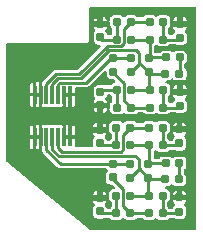
<source format=gbr>
%TF.GenerationSoftware,KiCad,Pcbnew,(7.0.0)*%
%TF.CreationDate,2023-05-27T11:23:17+01:00*%
%TF.ProjectId,FF_Filter_PCB,46465f46-696c-4746-9572-5f5043422e6b,rev?*%
%TF.SameCoordinates,Original*%
%TF.FileFunction,Copper,L4,Bot*%
%TF.FilePolarity,Positive*%
%FSLAX46Y46*%
G04 Gerber Fmt 4.6, Leading zero omitted, Abs format (unit mm)*
G04 Created by KiCad (PCBNEW (7.0.0)) date 2023-05-27 11:23:17*
%MOMM*%
%LPD*%
G01*
G04 APERTURE LIST*
G04 Aperture macros list*
%AMRoundRect*
0 Rectangle with rounded corners*
0 $1 Rounding radius*
0 $2 $3 $4 $5 $6 $7 $8 $9 X,Y pos of 4 corners*
0 Add a 4 corners polygon primitive as box body*
4,1,4,$2,$3,$4,$5,$6,$7,$8,$9,$2,$3,0*
0 Add four circle primitives for the rounded corners*
1,1,$1+$1,$2,$3*
1,1,$1+$1,$4,$5*
1,1,$1+$1,$6,$7*
1,1,$1+$1,$8,$9*
0 Add four rect primitives between the rounded corners*
20,1,$1+$1,$2,$3,$4,$5,0*
20,1,$1+$1,$4,$5,$6,$7,0*
20,1,$1+$1,$6,$7,$8,$9,0*
20,1,$1+$1,$8,$9,$2,$3,0*%
G04 Aperture macros list end*
%TA.AperFunction,SMDPad,CuDef*%
%ADD10RoundRect,0.160000X-0.197500X-0.160000X0.197500X-0.160000X0.197500X0.160000X-0.197500X0.160000X0*%
%TD*%
%TA.AperFunction,SMDPad,CuDef*%
%ADD11RoundRect,0.155000X0.212500X0.155000X-0.212500X0.155000X-0.212500X-0.155000X0.212500X-0.155000X0*%
%TD*%
%TA.AperFunction,SMDPad,CuDef*%
%ADD12RoundRect,0.155000X0.155000X-0.212500X0.155000X0.212500X-0.155000X0.212500X-0.155000X-0.212500X0*%
%TD*%
%TA.AperFunction,SMDPad,CuDef*%
%ADD13RoundRect,0.160000X0.160000X-0.197500X0.160000X0.197500X-0.160000X0.197500X-0.160000X-0.197500X0*%
%TD*%
%TA.AperFunction,SMDPad,CuDef*%
%ADD14RoundRect,0.155000X-0.212500X-0.155000X0.212500X-0.155000X0.212500X0.155000X-0.212500X0.155000X0*%
%TD*%
%TA.AperFunction,SMDPad,CuDef*%
%ADD15RoundRect,0.160000X0.197500X0.160000X-0.197500X0.160000X-0.197500X-0.160000X0.197500X-0.160000X0*%
%TD*%
%TA.AperFunction,SMDPad,CuDef*%
%ADD16RoundRect,0.160000X-0.160000X0.197500X-0.160000X-0.197500X0.160000X-0.197500X0.160000X0.197500X0*%
%TD*%
%TA.AperFunction,SMDPad,CuDef*%
%ADD17RoundRect,0.155000X-0.155000X0.212500X-0.155000X-0.212500X0.155000X-0.212500X0.155000X0.212500X0*%
%TD*%
%TA.AperFunction,SMDPad,CuDef*%
%ADD18R,0.300000X1.600000*%
%TD*%
%TA.AperFunction,Conductor*%
%ADD19C,0.250000*%
%TD*%
G04 APERTURE END LIST*
D10*
%TO.P,R18,1*%
%TO.N,Net-(C14-Pad1)*%
X78558500Y-54201000D03*
%TO.P,R18,2*%
%TO.N,Net-(C15-Pad2)*%
X79753500Y-54201000D03*
%TD*%
D11*
%TO.P,C3,1*%
%TO.N,Net-(C1-Pad2)*%
X82427500Y-57385000D03*
%TO.P,C3,2*%
%TO.N,Net-(C3-Pad2)*%
X81292500Y-57385000D03*
%TD*%
D12*
%TO.P,C6,1*%
%TO.N,Net-(C6-Pad1)*%
X77110000Y-62970000D03*
%TO.P,C6,2*%
%TO.N,GNDA*%
X77110000Y-61835000D03*
%TD*%
D13*
%TO.P,R4,1*%
%TO.N,/filter_R/IOP1*%
X81210000Y-60130000D03*
%TO.P,R4,2*%
%TO.N,Net-(C3-Pad2)*%
X81210000Y-58935000D03*
%TD*%
D14*
%TO.P,C12,1*%
%TO.N,Net-(C11-Pad2)*%
X82748500Y-49948500D03*
%TO.P,C12,2*%
%TO.N,Net-(C12-Pad2)*%
X83883500Y-49948500D03*
%TD*%
%TO.P,C1,1*%
%TO.N,/filter_R/QMIC*%
X81292500Y-55885000D03*
%TO.P,C1,2*%
%TO.N,Net-(C1-Pad2)*%
X82427500Y-55885000D03*
%TD*%
D15*
%TO.P,R5,1*%
%TO.N,Net-(C4-Pad2)*%
X83807500Y-60282500D03*
%TO.P,R5,2*%
%TO.N,/filter_R/IOP1*%
X82612500Y-60282500D03*
%TD*%
D11*
%TO.P,C7,1*%
%TO.N,Net-(C5-Pad2)*%
X82427500Y-63152500D03*
%TO.P,C7,2*%
%TO.N,Net-(C7-Pad2)*%
X81292500Y-63152500D03*
%TD*%
D15*
%TO.P,R14,1*%
%TO.N,Net-(C12-Pad2)*%
X83853500Y-51331000D03*
%TO.P,R14,2*%
%TO.N,/filter_L/IOP1*%
X82658500Y-51331000D03*
%TD*%
D12*
%TO.P,C16,1*%
%TO.N,Net-(C15-Pad2)*%
X78256000Y-51151000D03*
%TO.P,C16,2*%
%TO.N,/filter_L/QOP1*%
X78256000Y-50016000D03*
%TD*%
D16*
%TO.P,R16,1*%
%TO.N,/filter_L/QOP1*%
X79756000Y-49986000D03*
%TO.P,R16,2*%
%TO.N,/filter_L/IOP1*%
X79756000Y-51181000D03*
%TD*%
D10*
%TO.P,R9,1*%
%TO.N,Net-(C6-Pad1)*%
X78512500Y-63152500D03*
%TO.P,R9,2*%
%TO.N,Net-(C7-Pad2)*%
X79707500Y-63152500D03*
%TD*%
D12*
%TO.P,C10,1*%
%TO.N,Net-(C10-Pad1)*%
X77156000Y-48251000D03*
%TO.P,C10,2*%
%TO.N,GNDA*%
X77156000Y-47116000D03*
%TD*%
D15*
%TO.P,R1,1*%
%TO.N,/filter_R/QMIC*%
X79707500Y-55885000D03*
%TO.P,R1,2*%
%TO.N,Net-(C2-Pad1)*%
X78512500Y-55885000D03*
%TD*%
D11*
%TO.P,C11,1*%
%TO.N,Net-(C11-Pad1)*%
X82473500Y-48433500D03*
%TO.P,C11,2*%
%TO.N,Net-(C11-Pad2)*%
X81338500Y-48433500D03*
%TD*%
D12*
%TO.P,C2,1*%
%TO.N,Net-(C2-Pad1)*%
X77110000Y-57202500D03*
%TO.P,C2,2*%
%TO.N,GNDA*%
X77110000Y-56067500D03*
%TD*%
%TO.P,C8,1*%
%TO.N,Net-(C7-Pad2)*%
X78210000Y-60102500D03*
%TO.P,C8,2*%
%TO.N,/filter_R/QOP1*%
X78210000Y-58967500D03*
%TD*%
D10*
%TO.P,R12,1*%
%TO.N,Net-(C10-Pad1)*%
X78558500Y-48433500D03*
%TO.P,R12,2*%
%TO.N,Net-(C11-Pad2)*%
X79753500Y-48433500D03*
%TD*%
D13*
%TO.P,R17,1*%
%TO.N,Net-(C13-Pad2)*%
X83906000Y-54048500D03*
%TO.P,R17,2*%
%TO.N,GNDA*%
X83906000Y-52853500D03*
%TD*%
D14*
%TO.P,C4,1*%
%TO.N,Net-(C3-Pad2)*%
X82702500Y-58900000D03*
%TO.P,C4,2*%
%TO.N,Net-(C4-Pad2)*%
X83837500Y-58900000D03*
%TD*%
D11*
%TO.P,C15,1*%
%TO.N,Net-(C13-Pad2)*%
X82473500Y-54201000D03*
%TO.P,C15,2*%
%TO.N,Net-(C15-Pad2)*%
X81338500Y-54201000D03*
%TD*%
D13*
%TO.P,R2,1*%
%TO.N,Net-(C1-Pad2)*%
X83860000Y-57232500D03*
%TO.P,R2,2*%
%TO.N,GNDA*%
X83860000Y-56037500D03*
%TD*%
D17*
%TO.P,C14,1*%
%TO.N,Net-(C14-Pad1)*%
X77156000Y-52883500D03*
%TO.P,C14,2*%
%TO.N,GNDA*%
X77156000Y-54018500D03*
%TD*%
D16*
%TO.P,R7,1*%
%TO.N,/filter_R/QOP1*%
X79710000Y-58937500D03*
%TO.P,R7,2*%
%TO.N,/filter_R/IOP1*%
X79710000Y-60132500D03*
%TD*%
D13*
%TO.P,R11,1*%
%TO.N,Net-(C11-Pad1)*%
X83906000Y-48281000D03*
%TO.P,R11,2*%
%TO.N,GNDA*%
X83906000Y-47086000D03*
%TD*%
D15*
%TO.P,R10,1*%
%TO.N,/filter_L/QMIC*%
X79753500Y-46933500D03*
%TO.P,R10,2*%
%TO.N,Net-(C10-Pad1)*%
X78558500Y-46933500D03*
%TD*%
D14*
%TO.P,C13,1*%
%TO.N,/filter_L/IOP1*%
X81338500Y-52701000D03*
%TO.P,C13,2*%
%TO.N,Net-(C13-Pad2)*%
X82473500Y-52701000D03*
%TD*%
D13*
%TO.P,R13,1*%
%TO.N,/filter_L/IOP1*%
X81256000Y-51178500D03*
%TO.P,R13,2*%
%TO.N,Net-(C11-Pad2)*%
X81256000Y-49983500D03*
%TD*%
%TO.P,R8,1*%
%TO.N,Net-(C5-Pad2)*%
X83860000Y-63000000D03*
%TO.P,R8,2*%
%TO.N,GNDA*%
X83860000Y-61805000D03*
%TD*%
D10*
%TO.P,R3,1*%
%TO.N,Net-(C2-Pad1)*%
X78512500Y-57385000D03*
%TO.P,R3,2*%
%TO.N,Net-(C3-Pad2)*%
X79707500Y-57385000D03*
%TD*%
D18*
%TO.P,J1,1,Pin_1*%
%TO.N,GNDA*%
X74602737Y-53099999D03*
%TO.P,J1,2,Pin_2*%
X74102737Y-53099999D03*
%TO.P,J1,3,Pin_3*%
%TO.N,/filter_L/QOP1*%
X73602737Y-53099999D03*
%TO.P,J1,4,Pin_4*%
%TO.N,/filter_L/IOP1*%
X73102737Y-53099999D03*
%TO.P,J1,5,Pin_5*%
%TO.N,/filter_L/QMIC*%
X72602737Y-53099999D03*
%TO.P,J1,6,Pin_6*%
%TO.N,GNDA*%
X72102737Y-53099999D03*
%TO.P,J1,7,Pin_7*%
X71602737Y-53099999D03*
%TO.P,J1,8,Pin_8*%
X74602737Y-56699999D03*
%TO.P,J1,9,Pin_9*%
X74102737Y-56699999D03*
%TO.P,J1,10,Pin_10*%
%TO.N,/filter_R/QMIC*%
X73602737Y-56699999D03*
%TO.P,J1,11,Pin_11*%
%TO.N,/filter_R/IOP1*%
X73102737Y-56699999D03*
%TO.P,J1,12,Pin_12*%
%TO.N,/filter_R/QOP1*%
X72602737Y-56699999D03*
%TO.P,J1,13,Pin_13*%
%TO.N,GNDA*%
X72102737Y-56699999D03*
%TO.P,J1,14,Pin_14*%
X71602737Y-56699999D03*
%TD*%
D14*
%TO.P,C9,1*%
%TO.N,/filter_L/QMIC*%
X81338500Y-46933500D03*
%TO.P,C9,2*%
%TO.N,Net-(C11-Pad1)*%
X82473500Y-46933500D03*
%TD*%
%TO.P,C5,1*%
%TO.N,/filter_R/IOP1*%
X81292500Y-61652500D03*
%TO.P,C5,2*%
%TO.N,Net-(C5-Pad2)*%
X82427500Y-61652500D03*
%TD*%
D15*
%TO.P,R15,1*%
%TO.N,/filter_L/IOP1*%
X79753500Y-52701000D03*
%TO.P,R15,2*%
%TO.N,Net-(C14-Pad1)*%
X78558500Y-52701000D03*
%TD*%
%TO.P,R6,1*%
%TO.N,/filter_R/IOP1*%
X79707500Y-61652500D03*
%TO.P,R6,2*%
%TO.N,Net-(C6-Pad1)*%
X78512500Y-61652500D03*
%TD*%
D19*
%TO.N,/filter_R/QMIC*%
X79707500Y-55885000D02*
X79095000Y-56497500D01*
X79095000Y-57704472D02*
X78869472Y-57930000D01*
X79707500Y-55885000D02*
X81292500Y-55885000D01*
X73602738Y-57600000D02*
X73602738Y-56700000D01*
X73932738Y-57930000D02*
X78869472Y-57930000D01*
X79095000Y-56497500D02*
X79095000Y-57704472D01*
X73932738Y-57930000D02*
X73602738Y-57600000D01*
%TO.N,Net-(C1-Pad2)*%
X82427500Y-57385000D02*
X83707500Y-57385000D01*
X82427500Y-57385000D02*
X82427500Y-55885000D01*
X83707500Y-57385000D02*
X83860000Y-57232500D01*
%TO.N,Net-(C2-Pad1)*%
X78512500Y-57385000D02*
X77292500Y-57385000D01*
X77292500Y-57385000D02*
X77110000Y-57202500D01*
X78512500Y-57385000D02*
X78512500Y-55885000D01*
%TO.N,GNDA*%
X71602738Y-53100000D02*
X72102738Y-53100000D01*
X77338500Y-54201000D02*
X77156000Y-54018500D01*
X71602738Y-56700000D02*
X72102738Y-56700000D01*
X83817500Y-56080000D02*
X83860000Y-56037500D01*
X74102738Y-53100000D02*
X74602738Y-53100000D01*
X74102738Y-56700000D02*
X74602738Y-56700000D01*
%TO.N,Net-(C3-Pad2)*%
X82702500Y-58900000D02*
X81245000Y-58900000D01*
X81292500Y-57385000D02*
X79707500Y-57385000D01*
X81292500Y-57385000D02*
X81292500Y-58952500D01*
%TO.N,Net-(C4-Pad2)*%
X83837500Y-60252500D02*
X83807500Y-60282500D01*
X83837500Y-58900000D02*
X83837500Y-60252500D01*
%TO.N,/filter_R/IOP1*%
X81292500Y-61652500D02*
X79707500Y-61652500D01*
X81210000Y-60230000D02*
X81210000Y-61570000D01*
X80122500Y-58280000D02*
X73632738Y-58280000D01*
X80410000Y-59330000D02*
X81210000Y-60130000D01*
X80410000Y-58567500D02*
X80122500Y-58280000D01*
X80410000Y-59330000D02*
X80410000Y-58567500D01*
X80410000Y-59330000D02*
X80410000Y-59432500D01*
X81362500Y-60282500D02*
X81210000Y-60130000D01*
X82612500Y-60282500D02*
X81362500Y-60282500D01*
X73102738Y-57750000D02*
X73102738Y-56700000D01*
X81210000Y-61570000D02*
X81292500Y-61652500D01*
X73632738Y-58280000D02*
X73102738Y-57750000D01*
X80410000Y-59432500D02*
X79710000Y-60132500D01*
X81292500Y-60212500D02*
X81210000Y-60130000D01*
%TO.N,Net-(C5-Pad2)*%
X82427500Y-63152500D02*
X82427500Y-61652500D01*
X83707500Y-63152500D02*
X83860000Y-63000000D01*
X82427500Y-63152500D02*
X83707500Y-63152500D01*
%TO.N,Net-(C6-Pad1)*%
X77292500Y-63152500D02*
X77110000Y-62970000D01*
X78512500Y-61652500D02*
X78512500Y-63152500D01*
X78512500Y-63152500D02*
X77292500Y-63152500D01*
%TO.N,Net-(C7-Pad2)*%
X78210000Y-60202500D02*
X79095000Y-61087500D01*
X79707500Y-63152500D02*
X79095000Y-62540000D01*
X79095000Y-61087500D02*
X79095000Y-62540000D01*
X79707500Y-63152500D02*
X81292500Y-63152500D01*
%TO.N,/filter_R/QOP1*%
X73825264Y-58967500D02*
X72602738Y-57744974D01*
X79710000Y-58937500D02*
X78240000Y-58937500D01*
X73825264Y-58967500D02*
X78210000Y-58967500D01*
X72602738Y-57744974D02*
X72602738Y-56700000D01*
%TO.N,/filter_L/QMIC*%
X79141000Y-47546000D02*
X79141000Y-48752972D01*
X79753500Y-46933500D02*
X79141000Y-47546000D01*
X77786526Y-48978500D02*
X75390026Y-51375000D01*
X73437790Y-51375000D02*
X72602738Y-52210052D01*
X79753500Y-46933500D02*
X81338500Y-46933500D01*
X78915472Y-48978500D02*
X77786526Y-48978500D01*
X73437790Y-51375000D02*
X75375000Y-51375000D01*
X79141000Y-48752972D02*
X78915472Y-48978500D01*
X72602738Y-52210052D02*
X72602738Y-53100000D01*
%TO.N,Net-(C11-Pad1)*%
X82473500Y-48433500D02*
X83753500Y-48433500D01*
X83753500Y-48433500D02*
X83906000Y-48281000D01*
X82473500Y-48433500D02*
X82473500Y-46933500D01*
%TO.N,Net-(C10-Pad1)*%
X78558500Y-48433500D02*
X78558500Y-46933500D01*
X77338500Y-48433500D02*
X77156000Y-48251000D01*
X78558500Y-48433500D02*
X77338500Y-48433500D01*
%TO.N,Net-(C11-Pad2)*%
X82748500Y-49948500D02*
X81291000Y-49948500D01*
X81338500Y-48433500D02*
X79753500Y-48433500D01*
X81338500Y-48433500D02*
X81338500Y-50001000D01*
%TO.N,Net-(C12-Pad2)*%
X83883500Y-49948500D02*
X83883500Y-51301000D01*
X83883500Y-51301000D02*
X83853500Y-51331000D01*
%TO.N,/filter_L/IOP1*%
X80456000Y-49616000D02*
X80168500Y-49328500D01*
X81408500Y-51331000D02*
X81256000Y-51178500D01*
X80456000Y-50481000D02*
X79756000Y-51181000D01*
X81338500Y-51261000D02*
X81256000Y-51178500D01*
X81338500Y-52701000D02*
X79753500Y-52701000D01*
X82658500Y-51331000D02*
X81408500Y-51331000D01*
X80456000Y-50378500D02*
X81256000Y-51178500D01*
X81256000Y-52618500D02*
X81338500Y-52701000D01*
X80456000Y-50378500D02*
X80456000Y-50481000D01*
X77931500Y-49328500D02*
X75535000Y-51725000D01*
X73102738Y-52205026D02*
X73102738Y-53100000D01*
X73582764Y-51725000D02*
X73102738Y-52205026D01*
X81256000Y-51278500D02*
X81256000Y-52618500D01*
X80168500Y-49328500D02*
X77931500Y-49328500D01*
X75535000Y-51725000D02*
X73582764Y-51725000D01*
X80456000Y-50378500D02*
X80456000Y-49616000D01*
%TO.N,Net-(C13-Pad2)*%
X82473500Y-54201000D02*
X83753500Y-54201000D01*
X82473500Y-54201000D02*
X82473500Y-52701000D01*
X83753500Y-54201000D02*
X83906000Y-54048500D01*
%TO.N,Net-(C14-Pad1)*%
X77338500Y-52701000D02*
X77156000Y-52883500D01*
X78558500Y-52701000D02*
X77338500Y-52701000D01*
X78558500Y-52701000D02*
X78558500Y-54201000D01*
%TO.N,Net-(C15-Pad2)*%
X79141000Y-52136000D02*
X79141000Y-53588500D01*
X79753500Y-54201000D02*
X81338500Y-54201000D01*
X78256000Y-51251000D02*
X79141000Y-52136000D01*
X79753500Y-54201000D02*
X79141000Y-53588500D01*
%TO.N,/filter_L/QOP1*%
X78256000Y-50016000D02*
X78044000Y-50016000D01*
X73602738Y-52200000D02*
X73602738Y-53100000D01*
X79756000Y-49986000D02*
X78286000Y-49986000D01*
X73727738Y-52075000D02*
X75985000Y-52075000D01*
X78044000Y-50016000D02*
X75985000Y-52075000D01*
X73727738Y-52075000D02*
X73602738Y-52200000D01*
%TD*%
%TA.AperFunction,Conductor*%
%TO.N,GNDA*%
G36*
X85237500Y-45717113D02*
G01*
X85282887Y-45762500D01*
X85299500Y-45824500D01*
X85299500Y-64425500D01*
X85282887Y-64487500D01*
X85237500Y-64532887D01*
X85175500Y-64549500D01*
X76364592Y-64549500D01*
X76323302Y-64542424D01*
X76286725Y-64522002D01*
X75296508Y-63722999D01*
X72630395Y-61571721D01*
X76552994Y-61571721D01*
X76553638Y-61582653D01*
X76564334Y-61585000D01*
X76843674Y-61585000D01*
X76856549Y-61581549D01*
X76860000Y-61568674D01*
X77360000Y-61568674D01*
X77363450Y-61581549D01*
X77376326Y-61585000D01*
X77655666Y-61585000D01*
X77667193Y-61582470D01*
X77671142Y-61575084D01*
X77679855Y-61565841D01*
X77658027Y-61515032D01*
X77656506Y-61505429D01*
X77650547Y-61487091D01*
X77601166Y-61390175D01*
X77589834Y-61374578D01*
X77512921Y-61297665D01*
X77497324Y-61286333D01*
X77400404Y-61236949D01*
X77382075Y-61230994D01*
X77373277Y-61229601D01*
X77362346Y-61230245D01*
X77360000Y-61240941D01*
X77360000Y-61568674D01*
X76860000Y-61568674D01*
X76860000Y-61240941D01*
X76857653Y-61230245D01*
X76846722Y-61229601D01*
X76837924Y-61230994D01*
X76819595Y-61236949D01*
X76722675Y-61286333D01*
X76707078Y-61297665D01*
X76630165Y-61374578D01*
X76618833Y-61390175D01*
X76569452Y-61487091D01*
X76563493Y-61505429D01*
X76552994Y-61571721D01*
X72630395Y-61571721D01*
X69246632Y-58841374D01*
X69212626Y-58798355D01*
X69200500Y-58744874D01*
X69200500Y-57518528D01*
X71202738Y-57518528D01*
X71203927Y-57530604D01*
X71214860Y-57585566D01*
X71224027Y-57607699D01*
X71265713Y-57670086D01*
X71282651Y-57687024D01*
X71345038Y-57728710D01*
X71367171Y-57737877D01*
X71422133Y-57748810D01*
X71434210Y-57750000D01*
X71436412Y-57750000D01*
X71449287Y-57746549D01*
X71452738Y-57733674D01*
X71752738Y-57733674D01*
X71756188Y-57746549D01*
X71769064Y-57750000D01*
X71771266Y-57750000D01*
X71783337Y-57748810D01*
X71828545Y-57739818D01*
X71876931Y-57739818D01*
X71922138Y-57748810D01*
X71934210Y-57750000D01*
X71936412Y-57750000D01*
X71949287Y-57746549D01*
X71952738Y-57733674D01*
X71952738Y-57524674D01*
X72202238Y-57524674D01*
X72216772Y-57597740D01*
X72219295Y-57601516D01*
X72227238Y-57641446D01*
X72227238Y-57693169D01*
X72224598Y-57718618D01*
X72224479Y-57719183D01*
X72224478Y-57719190D01*
X72222371Y-57729242D01*
X72223641Y-57739432D01*
X72223641Y-57739436D01*
X72226286Y-57760650D01*
X72226609Y-57765865D01*
X72226815Y-57765848D01*
X72227238Y-57770955D01*
X72227238Y-57776088D01*
X72228082Y-57781146D01*
X72228083Y-57781158D01*
X72230656Y-57796577D01*
X72231395Y-57801644D01*
X72233789Y-57820845D01*
X72237872Y-57853600D01*
X72241364Y-57860744D01*
X72242673Y-57868584D01*
X72267583Y-57914615D01*
X72269909Y-57919135D01*
X72288398Y-57956953D01*
X72288399Y-57956955D01*
X72292912Y-57966185D01*
X72298535Y-57971808D01*
X72302319Y-57978800D01*
X72309876Y-57985756D01*
X72309877Y-57985758D01*
X72340819Y-58014242D01*
X72344517Y-58017790D01*
X73523114Y-59196388D01*
X73539241Y-59216246D01*
X73545180Y-59225336D01*
X73553286Y-59231645D01*
X73553287Y-59231646D01*
X73570153Y-59244773D01*
X73574074Y-59248235D01*
X73574207Y-59248079D01*
X73578115Y-59251389D01*
X73581746Y-59255020D01*
X73585919Y-59257999D01*
X73585927Y-59258006D01*
X73598660Y-59267096D01*
X73602775Y-59270164D01*
X73633108Y-59293773D01*
X73644075Y-59302309D01*
X73651595Y-59304890D01*
X73658065Y-59309510D01*
X73708263Y-59324454D01*
X73713055Y-59325990D01*
X73762604Y-59343000D01*
X73770558Y-59343000D01*
X73778176Y-59345268D01*
X73830456Y-59343106D01*
X73835580Y-59343000D01*
X77606961Y-59343000D01*
X77671749Y-59361272D01*
X77712227Y-59405059D01*
X77712686Y-59404726D01*
X77715500Y-59408599D01*
X77717444Y-59410702D01*
X77718420Y-59412619D01*
X77718425Y-59412626D01*
X77722854Y-59421318D01*
X77729755Y-59428218D01*
X77729755Y-59428219D01*
X77748855Y-59447319D01*
X77780949Y-59502906D01*
X77780949Y-59567094D01*
X77748855Y-59622681D01*
X77729755Y-59641780D01*
X77729752Y-59641783D01*
X77722854Y-59648682D01*
X77718425Y-59657373D01*
X77718423Y-59657377D01*
X77668970Y-59754435D01*
X77664539Y-59763132D01*
X77663012Y-59772766D01*
X77663011Y-59772773D01*
X77650263Y-59853263D01*
X77650262Y-59853270D01*
X77649500Y-59858084D01*
X77649500Y-60346916D01*
X77650262Y-60351730D01*
X77650263Y-60351736D01*
X77663011Y-60432226D01*
X77663012Y-60432231D01*
X77664539Y-60441868D01*
X77672979Y-60458433D01*
X77715099Y-60541099D01*
X77722854Y-60556318D01*
X77813682Y-60647146D01*
X77928132Y-60705461D01*
X78023084Y-60720500D01*
X78145601Y-60720500D01*
X78193054Y-60729939D01*
X78233282Y-60756819D01*
X78348673Y-60872210D01*
X78381566Y-60930944D01*
X78378923Y-60998209D01*
X78341524Y-61054181D01*
X78280390Y-61082364D01*
X78196208Y-61095697D01*
X78196201Y-61095699D01*
X78186567Y-61097225D01*
X78177877Y-61101652D01*
X78177873Y-61101654D01*
X78079401Y-61151828D01*
X78079397Y-61151830D01*
X78070706Y-61156259D01*
X78063807Y-61163157D01*
X78063804Y-61163160D01*
X77985660Y-61241304D01*
X77985657Y-61241307D01*
X77978759Y-61248206D01*
X77974330Y-61256897D01*
X77974328Y-61256901D01*
X77963288Y-61278569D01*
X77919725Y-61364067D01*
X77918198Y-61373701D01*
X77918197Y-61373708D01*
X77905263Y-61455372D01*
X77905262Y-61455379D01*
X77904500Y-61460193D01*
X77904500Y-61465070D01*
X77904500Y-61465071D01*
X77904500Y-61495634D01*
X77889473Y-61554802D01*
X77880750Y-61564237D01*
X77887479Y-61570835D01*
X77904500Y-61633536D01*
X77904500Y-61839936D01*
X77904500Y-61839948D01*
X77904501Y-61844806D01*
X77905261Y-61849610D01*
X77905262Y-61849612D01*
X77918198Y-61931297D01*
X77918199Y-61931302D01*
X77919725Y-61940933D01*
X77978759Y-62056794D01*
X78070706Y-62148741D01*
X78079401Y-62153171D01*
X78085885Y-62157882D01*
X78123485Y-62201905D01*
X78137000Y-62258200D01*
X78137000Y-62546800D01*
X78123485Y-62603095D01*
X78085885Y-62647118D01*
X78079402Y-62651828D01*
X78070706Y-62656259D01*
X78063808Y-62663156D01*
X78063805Y-62663159D01*
X77986284Y-62740681D01*
X77946056Y-62767561D01*
X77898603Y-62777000D01*
X77784549Y-62777000D01*
X77728254Y-62763485D01*
X77684231Y-62725885D01*
X77662076Y-62672398D01*
X77656988Y-62640273D01*
X77656987Y-62640272D01*
X77655461Y-62630632D01*
X77597146Y-62516182D01*
X77570791Y-62489827D01*
X77538697Y-62434240D01*
X77538697Y-62370052D01*
X77570791Y-62314465D01*
X77589834Y-62295421D01*
X77601166Y-62279824D01*
X77650547Y-62182908D01*
X77656506Y-62164570D01*
X77667005Y-62098278D01*
X77666361Y-62087346D01*
X77655666Y-62085000D01*
X76564334Y-62085000D01*
X76553638Y-62087346D01*
X76552994Y-62098278D01*
X76563493Y-62164570D01*
X76569452Y-62182908D01*
X76618833Y-62279824D01*
X76630165Y-62295421D01*
X76649209Y-62314465D01*
X76681303Y-62370052D01*
X76681303Y-62434240D01*
X76649209Y-62489827D01*
X76629755Y-62509280D01*
X76629752Y-62509283D01*
X76622854Y-62516182D01*
X76618425Y-62524873D01*
X76618423Y-62524877D01*
X76568970Y-62621935D01*
X76564539Y-62630632D01*
X76563012Y-62640266D01*
X76563011Y-62640273D01*
X76550263Y-62720763D01*
X76550262Y-62720770D01*
X76549500Y-62725584D01*
X76549500Y-63214416D01*
X76550262Y-63219230D01*
X76550263Y-63219236D01*
X76563011Y-63299726D01*
X76563012Y-63299731D01*
X76564539Y-63309368D01*
X76622854Y-63423818D01*
X76713682Y-63514646D01*
X76828132Y-63572961D01*
X76923084Y-63588000D01*
X77292038Y-63588000D01*
X77296916Y-63588000D01*
X77391868Y-63572961D01*
X77453584Y-63541514D01*
X77509879Y-63528000D01*
X77898603Y-63528000D01*
X77946056Y-63537439D01*
X77986284Y-63564319D01*
X78070706Y-63648741D01*
X78186567Y-63707775D01*
X78282693Y-63723000D01*
X78742306Y-63722999D01*
X78838433Y-63707775D01*
X78954294Y-63648741D01*
X79022319Y-63580715D01*
X79077906Y-63548622D01*
X79142094Y-63548622D01*
X79197681Y-63580716D01*
X79265706Y-63648741D01*
X79381567Y-63707775D01*
X79477693Y-63723000D01*
X79937306Y-63722999D01*
X80033433Y-63707775D01*
X80149294Y-63648741D01*
X80233716Y-63564318D01*
X80273944Y-63537439D01*
X80321397Y-63528000D01*
X80675674Y-63528000D01*
X80723127Y-63537439D01*
X80763355Y-63564319D01*
X80838682Y-63639646D01*
X80953132Y-63697961D01*
X81048084Y-63713000D01*
X81532038Y-63713000D01*
X81536916Y-63713000D01*
X81631868Y-63697961D01*
X81746318Y-63639646D01*
X81772319Y-63613644D01*
X81827906Y-63581551D01*
X81892094Y-63581551D01*
X81947681Y-63613644D01*
X81973682Y-63639646D01*
X82088132Y-63697961D01*
X82183084Y-63713000D01*
X82667038Y-63713000D01*
X82671916Y-63713000D01*
X82766868Y-63697961D01*
X82881318Y-63639646D01*
X82956645Y-63564318D01*
X82996873Y-63537439D01*
X83044326Y-63528000D01*
X83414668Y-63528000D01*
X83470963Y-63541515D01*
X83571567Y-63592775D01*
X83667693Y-63608000D01*
X84052306Y-63607999D01*
X84148433Y-63592775D01*
X84264294Y-63533741D01*
X84356241Y-63441794D01*
X84415275Y-63325933D01*
X84430500Y-63229807D01*
X84430499Y-62770194D01*
X84415275Y-62674067D01*
X84356241Y-62558206D01*
X84287862Y-62489827D01*
X84255768Y-62434239D01*
X84255768Y-62370052D01*
X84287862Y-62314464D01*
X84348933Y-62253393D01*
X84360262Y-62237801D01*
X84410362Y-62139472D01*
X84416321Y-62121134D01*
X84424692Y-62068278D01*
X84424048Y-62057346D01*
X84413353Y-62055000D01*
X83306648Y-62055000D01*
X83295952Y-62057346D01*
X83295307Y-62068277D01*
X83303679Y-62121139D01*
X83309635Y-62139469D01*
X83359737Y-62237801D01*
X83371069Y-62253397D01*
X83432137Y-62314465D01*
X83464231Y-62370052D01*
X83464231Y-62434239D01*
X83432138Y-62489827D01*
X83363759Y-62558206D01*
X83359330Y-62566897D01*
X83359328Y-62566901D01*
X83311422Y-62660923D01*
X83304725Y-62674067D01*
X83303199Y-62683702D01*
X83300725Y-62691317D01*
X83274944Y-62735972D01*
X83233230Y-62766280D01*
X83182794Y-62777000D01*
X83044326Y-62777000D01*
X82996873Y-62767561D01*
X82956645Y-62740681D01*
X82888219Y-62672255D01*
X82881318Y-62665354D01*
X82872626Y-62660925D01*
X82872619Y-62660920D01*
X82870702Y-62659944D01*
X82868599Y-62658000D01*
X82864726Y-62655186D01*
X82865059Y-62654727D01*
X82821272Y-62614249D01*
X82803000Y-62549461D01*
X82803000Y-62255539D01*
X82821272Y-62190751D01*
X82865059Y-62150272D01*
X82864726Y-62149814D01*
X82868599Y-62146999D01*
X82870702Y-62145056D01*
X82872619Y-62144079D01*
X82872621Y-62144076D01*
X82881318Y-62139646D01*
X82972146Y-62048818D01*
X83030461Y-61934368D01*
X83045500Y-61839416D01*
X83045500Y-61541721D01*
X83295307Y-61541721D01*
X83295951Y-61552653D01*
X83306647Y-61555000D01*
X83593674Y-61555000D01*
X83606549Y-61551549D01*
X83610000Y-61538674D01*
X84110000Y-61538674D01*
X84113450Y-61551549D01*
X84126326Y-61555000D01*
X84413352Y-61555000D01*
X84424047Y-61552653D01*
X84424692Y-61541722D01*
X84416320Y-61488860D01*
X84410364Y-61470530D01*
X84360262Y-61372198D01*
X84348930Y-61356602D01*
X84270897Y-61278569D01*
X84255301Y-61267237D01*
X84156969Y-61217135D01*
X84138639Y-61211179D01*
X84123277Y-61208746D01*
X84112346Y-61209391D01*
X84110000Y-61220087D01*
X84110000Y-61538674D01*
X83610000Y-61538674D01*
X83610000Y-61220087D01*
X83607653Y-61209391D01*
X83596722Y-61208746D01*
X83581360Y-61211179D01*
X83563030Y-61217135D01*
X83464698Y-61267237D01*
X83449102Y-61278569D01*
X83371069Y-61356602D01*
X83359737Y-61372198D01*
X83309637Y-61470527D01*
X83303678Y-61488865D01*
X83295307Y-61541721D01*
X83045500Y-61541721D01*
X83045500Y-61465584D01*
X83030461Y-61370632D01*
X82972146Y-61256182D01*
X82881318Y-61165354D01*
X82766868Y-61107039D01*
X82757231Y-61105512D01*
X82757226Y-61105511D01*
X82719093Y-61099472D01*
X82663004Y-61075375D01*
X82625211Y-61027434D01*
X82614873Y-60967270D01*
X82634496Y-60909464D01*
X82679323Y-60868026D01*
X82738490Y-60852999D01*
X82842306Y-60852999D01*
X82938433Y-60837775D01*
X83054294Y-60778741D01*
X83122319Y-60710716D01*
X83177906Y-60678622D01*
X83242094Y-60678622D01*
X83297681Y-60710716D01*
X83365706Y-60778741D01*
X83481567Y-60837775D01*
X83577693Y-60853000D01*
X84037306Y-60852999D01*
X84133433Y-60837775D01*
X84249294Y-60778741D01*
X84341241Y-60686794D01*
X84400275Y-60570933D01*
X84415500Y-60474807D01*
X84415499Y-60090194D01*
X84400275Y-59994067D01*
X84341241Y-59878206D01*
X84249319Y-59786284D01*
X84222439Y-59746056D01*
X84213000Y-59698603D01*
X84213000Y-59503039D01*
X84231272Y-59438251D01*
X84275059Y-59397772D01*
X84274726Y-59397314D01*
X84278599Y-59394499D01*
X84280702Y-59392556D01*
X84282619Y-59391579D01*
X84282621Y-59391576D01*
X84291318Y-59387146D01*
X84382146Y-59296318D01*
X84440461Y-59181868D01*
X84455500Y-59086916D01*
X84455500Y-58713084D01*
X84440461Y-58618132D01*
X84382146Y-58503682D01*
X84291318Y-58412854D01*
X84268561Y-58401259D01*
X84234092Y-58383696D01*
X84176868Y-58354539D01*
X84167231Y-58353012D01*
X84167226Y-58353011D01*
X84086736Y-58340263D01*
X84086730Y-58340262D01*
X84081916Y-58339500D01*
X83593084Y-58339500D01*
X83588270Y-58340262D01*
X83588263Y-58340263D01*
X83507773Y-58353011D01*
X83507766Y-58353012D01*
X83498132Y-58354539D01*
X83489436Y-58358969D01*
X83489435Y-58358970D01*
X83392377Y-58408423D01*
X83392373Y-58408425D01*
X83383682Y-58412854D01*
X83376783Y-58419752D01*
X83376780Y-58419755D01*
X83357681Y-58438855D01*
X83302094Y-58470949D01*
X83237906Y-58470949D01*
X83182319Y-58438855D01*
X83163219Y-58419755D01*
X83163219Y-58419754D01*
X83156318Y-58412854D01*
X83133561Y-58401259D01*
X83099092Y-58383696D01*
X83041868Y-58354539D01*
X83032231Y-58353012D01*
X83032226Y-58353011D01*
X82951736Y-58340263D01*
X82951730Y-58340262D01*
X82946916Y-58339500D01*
X82458084Y-58339500D01*
X82453270Y-58340262D01*
X82453263Y-58340263D01*
X82372773Y-58353011D01*
X82372766Y-58353012D01*
X82363132Y-58354539D01*
X82354436Y-58358969D01*
X82354435Y-58358970D01*
X82257377Y-58408423D01*
X82257373Y-58408425D01*
X82248682Y-58412854D01*
X82241783Y-58419752D01*
X82241780Y-58419755D01*
X82173355Y-58488181D01*
X82133127Y-58515061D01*
X82085674Y-58524500D01*
X81792000Y-58524500D01*
X81730000Y-58507887D01*
X81684613Y-58462500D01*
X81668000Y-58400500D01*
X81668000Y-57988039D01*
X81686272Y-57923251D01*
X81730059Y-57882772D01*
X81729726Y-57882314D01*
X81733599Y-57879499D01*
X81735702Y-57877556D01*
X81737619Y-57876579D01*
X81737621Y-57876576D01*
X81746318Y-57872146D01*
X81772319Y-57846144D01*
X81827906Y-57814051D01*
X81892094Y-57814051D01*
X81947681Y-57846144D01*
X81973682Y-57872146D01*
X82088132Y-57930461D01*
X82183084Y-57945500D01*
X82667038Y-57945500D01*
X82671916Y-57945500D01*
X82766868Y-57930461D01*
X82881318Y-57872146D01*
X82956645Y-57796818D01*
X82996873Y-57769939D01*
X83044326Y-57760500D01*
X83414668Y-57760500D01*
X83470963Y-57774015D01*
X83475032Y-57776088D01*
X83571567Y-57825275D01*
X83667693Y-57840500D01*
X84052306Y-57840499D01*
X84148433Y-57825275D01*
X84264294Y-57766241D01*
X84356241Y-57674294D01*
X84415275Y-57558433D01*
X84430500Y-57462307D01*
X84430499Y-57002694D01*
X84415275Y-56906567D01*
X84356241Y-56790706D01*
X84287862Y-56722327D01*
X84255768Y-56666739D01*
X84255768Y-56602552D01*
X84287862Y-56546964D01*
X84348933Y-56485893D01*
X84360262Y-56470301D01*
X84410362Y-56371972D01*
X84416321Y-56353634D01*
X84424692Y-56300778D01*
X84424048Y-56289846D01*
X84413353Y-56287500D01*
X83306648Y-56287500D01*
X83295952Y-56289846D01*
X83295307Y-56300777D01*
X83303679Y-56353639D01*
X83309635Y-56371969D01*
X83359737Y-56470301D01*
X83371069Y-56485897D01*
X83432137Y-56546965D01*
X83464231Y-56602552D01*
X83464231Y-56666739D01*
X83432137Y-56722327D01*
X83363759Y-56790706D01*
X83359330Y-56799397D01*
X83359328Y-56799401D01*
X83311422Y-56893423D01*
X83304725Y-56906567D01*
X83303199Y-56916202D01*
X83300725Y-56923817D01*
X83274944Y-56968472D01*
X83233230Y-56998780D01*
X83182794Y-57009500D01*
X83044326Y-57009500D01*
X82996873Y-57000061D01*
X82956645Y-56973181D01*
X82888219Y-56904755D01*
X82888218Y-56904754D01*
X82881318Y-56897854D01*
X82872626Y-56893425D01*
X82872619Y-56893420D01*
X82870702Y-56892444D01*
X82868599Y-56890500D01*
X82864726Y-56887686D01*
X82865059Y-56887227D01*
X82821272Y-56846749D01*
X82803000Y-56781961D01*
X82803000Y-56488039D01*
X82821272Y-56423251D01*
X82865059Y-56382772D01*
X82864726Y-56382314D01*
X82868599Y-56379499D01*
X82870702Y-56377556D01*
X82872619Y-56376579D01*
X82872621Y-56376576D01*
X82881318Y-56372146D01*
X82972146Y-56281318D01*
X83030461Y-56166868D01*
X83045500Y-56071916D01*
X83045500Y-55774221D01*
X83295307Y-55774221D01*
X83295951Y-55785153D01*
X83306647Y-55787500D01*
X83593674Y-55787500D01*
X83606549Y-55784049D01*
X83610000Y-55771174D01*
X84110000Y-55771174D01*
X84113450Y-55784049D01*
X84126326Y-55787500D01*
X84413352Y-55787500D01*
X84424047Y-55785153D01*
X84424692Y-55774222D01*
X84416320Y-55721360D01*
X84410364Y-55703030D01*
X84360262Y-55604698D01*
X84348930Y-55589102D01*
X84270897Y-55511069D01*
X84255301Y-55499737D01*
X84156969Y-55449635D01*
X84138639Y-55443679D01*
X84123277Y-55441246D01*
X84112346Y-55441891D01*
X84110000Y-55452587D01*
X84110000Y-55771174D01*
X83610000Y-55771174D01*
X83610000Y-55452587D01*
X83607653Y-55441891D01*
X83596722Y-55441246D01*
X83581360Y-55443679D01*
X83563030Y-55449635D01*
X83464698Y-55499737D01*
X83449102Y-55511069D01*
X83371069Y-55589102D01*
X83359737Y-55604698D01*
X83309637Y-55703027D01*
X83303678Y-55721365D01*
X83295307Y-55774221D01*
X83045500Y-55774221D01*
X83045500Y-55698084D01*
X83030461Y-55603132D01*
X82972146Y-55488682D01*
X82881318Y-55397854D01*
X82766868Y-55339539D01*
X82757231Y-55338012D01*
X82757226Y-55338011D01*
X82676736Y-55325263D01*
X82676730Y-55325262D01*
X82671916Y-55324500D01*
X82183084Y-55324500D01*
X82178270Y-55325262D01*
X82178263Y-55325263D01*
X82097773Y-55338011D01*
X82097766Y-55338012D01*
X82088132Y-55339539D01*
X82079436Y-55343969D01*
X82079435Y-55343970D01*
X81982377Y-55393423D01*
X81982373Y-55393425D01*
X81973682Y-55397854D01*
X81966783Y-55404752D01*
X81966780Y-55404755D01*
X81947681Y-55423855D01*
X81892094Y-55455949D01*
X81827906Y-55455949D01*
X81772319Y-55423855D01*
X81753219Y-55404755D01*
X81746318Y-55397854D01*
X81631868Y-55339539D01*
X81622231Y-55338012D01*
X81622226Y-55338011D01*
X81541736Y-55325263D01*
X81541730Y-55325262D01*
X81536916Y-55324500D01*
X81048084Y-55324500D01*
X81043270Y-55325262D01*
X81043263Y-55325263D01*
X80962773Y-55338011D01*
X80962766Y-55338012D01*
X80953132Y-55339539D01*
X80944436Y-55343969D01*
X80944435Y-55343970D01*
X80847377Y-55393423D01*
X80847373Y-55393425D01*
X80838682Y-55397854D01*
X80831783Y-55404752D01*
X80831780Y-55404755D01*
X80763355Y-55473181D01*
X80723127Y-55500061D01*
X80675674Y-55509500D01*
X80321397Y-55509500D01*
X80273944Y-55500061D01*
X80233716Y-55473181D01*
X80156195Y-55395660D01*
X80156194Y-55395659D01*
X80149294Y-55388759D01*
X80033433Y-55329725D01*
X80023796Y-55328198D01*
X80023791Y-55328197D01*
X79942127Y-55315263D01*
X79942121Y-55315262D01*
X79937307Y-55314500D01*
X79932428Y-55314500D01*
X79482563Y-55314500D01*
X79482550Y-55314500D01*
X79477694Y-55314501D01*
X79472890Y-55315261D01*
X79472887Y-55315262D01*
X79391202Y-55328198D01*
X79391195Y-55328200D01*
X79381567Y-55329725D01*
X79372877Y-55334152D01*
X79372873Y-55334154D01*
X79274401Y-55384328D01*
X79274397Y-55384330D01*
X79265706Y-55388759D01*
X79258807Y-55395657D01*
X79258804Y-55395660D01*
X79197681Y-55456784D01*
X79142094Y-55488878D01*
X79077906Y-55488878D01*
X79022319Y-55456784D01*
X78961195Y-55395660D01*
X78961194Y-55395659D01*
X78954294Y-55388759D01*
X78838433Y-55329725D01*
X78828796Y-55328198D01*
X78828791Y-55328197D01*
X78747127Y-55315263D01*
X78747121Y-55315262D01*
X78742307Y-55314500D01*
X78737428Y-55314500D01*
X78287563Y-55314500D01*
X78287550Y-55314500D01*
X78282694Y-55314501D01*
X78277890Y-55315261D01*
X78277887Y-55315262D01*
X78196202Y-55328198D01*
X78196195Y-55328200D01*
X78186567Y-55329725D01*
X78177877Y-55334152D01*
X78177873Y-55334154D01*
X78079401Y-55384328D01*
X78079397Y-55384330D01*
X78070706Y-55388759D01*
X78063807Y-55395657D01*
X78063804Y-55395660D01*
X77985660Y-55473804D01*
X77985657Y-55473807D01*
X77978759Y-55480706D01*
X77974330Y-55489397D01*
X77974328Y-55489401D01*
X77963288Y-55511069D01*
X77919725Y-55596567D01*
X77918198Y-55606201D01*
X77918197Y-55606208D01*
X77905263Y-55687872D01*
X77905262Y-55687879D01*
X77904500Y-55692693D01*
X77904500Y-55697570D01*
X77904500Y-55697571D01*
X77904500Y-55728134D01*
X77889473Y-55787302D01*
X77880750Y-55796737D01*
X77887479Y-55803335D01*
X77904500Y-55866036D01*
X77904500Y-56072436D01*
X77904500Y-56072448D01*
X77904501Y-56077306D01*
X77905261Y-56082110D01*
X77905262Y-56082112D01*
X77918198Y-56163797D01*
X77918199Y-56163802D01*
X77919725Y-56173433D01*
X77978759Y-56289294D01*
X78070706Y-56381241D01*
X78079401Y-56385671D01*
X78085885Y-56390382D01*
X78123485Y-56434405D01*
X78137000Y-56490700D01*
X78137000Y-56779300D01*
X78123485Y-56835595D01*
X78085885Y-56879618D01*
X78079402Y-56884328D01*
X78070706Y-56888759D01*
X78063808Y-56895656D01*
X78063805Y-56895659D01*
X77986284Y-56973181D01*
X77946056Y-57000061D01*
X77898603Y-57009500D01*
X77784549Y-57009500D01*
X77728254Y-56995985D01*
X77684231Y-56958385D01*
X77662076Y-56904898D01*
X77656988Y-56872773D01*
X77656987Y-56872772D01*
X77655461Y-56863132D01*
X77597146Y-56748682D01*
X77570791Y-56722326D01*
X77538697Y-56666740D01*
X77538697Y-56602552D01*
X77570791Y-56546965D01*
X77589834Y-56527921D01*
X77601166Y-56512324D01*
X77650547Y-56415408D01*
X77656506Y-56397070D01*
X77667005Y-56330778D01*
X77666361Y-56319846D01*
X77655666Y-56317500D01*
X76564334Y-56317500D01*
X76553638Y-56319846D01*
X76552994Y-56330778D01*
X76563493Y-56397070D01*
X76569452Y-56415408D01*
X76618833Y-56512324D01*
X76630165Y-56527921D01*
X76649209Y-56546965D01*
X76681303Y-56602552D01*
X76681303Y-56666740D01*
X76649209Y-56722327D01*
X76629755Y-56741780D01*
X76629752Y-56741783D01*
X76622854Y-56748682D01*
X76618425Y-56757373D01*
X76618423Y-56757377D01*
X76571230Y-56850000D01*
X76564539Y-56863132D01*
X76563012Y-56872766D01*
X76563011Y-56872773D01*
X76550263Y-56953263D01*
X76550262Y-56953270D01*
X76549500Y-56958084D01*
X76549500Y-56962962D01*
X76549500Y-57430500D01*
X76532887Y-57492500D01*
X76487500Y-57537887D01*
X76425500Y-57554500D01*
X75126738Y-57554500D01*
X75064738Y-57537887D01*
X75019351Y-57492500D01*
X75002738Y-57430500D01*
X75002738Y-56866326D01*
X74999287Y-56853450D01*
X74986412Y-56850000D01*
X74127238Y-56850000D01*
X74065238Y-56833387D01*
X74019851Y-56788000D01*
X74003238Y-56726000D01*
X74003238Y-56533674D01*
X74252738Y-56533674D01*
X74256188Y-56546549D01*
X74269064Y-56550000D01*
X74436412Y-56550000D01*
X74449287Y-56546549D01*
X74452738Y-56533674D01*
X74752738Y-56533674D01*
X74756188Y-56546549D01*
X74769064Y-56550000D01*
X74986412Y-56550000D01*
X74999287Y-56546549D01*
X75002738Y-56533674D01*
X75002738Y-55881472D01*
X75001548Y-55869395D01*
X74990615Y-55814433D01*
X74986385Y-55804221D01*
X76552994Y-55804221D01*
X76553638Y-55815153D01*
X76564334Y-55817500D01*
X76843674Y-55817500D01*
X76856549Y-55814049D01*
X76860000Y-55801174D01*
X77360000Y-55801174D01*
X77363450Y-55814049D01*
X77376326Y-55817500D01*
X77655666Y-55817500D01*
X77667193Y-55814970D01*
X77671142Y-55807584D01*
X77679855Y-55798341D01*
X77658027Y-55747532D01*
X77656506Y-55737929D01*
X77650547Y-55719591D01*
X77601166Y-55622675D01*
X77589834Y-55607078D01*
X77512921Y-55530165D01*
X77497324Y-55518833D01*
X77400404Y-55469449D01*
X77382075Y-55463494D01*
X77373277Y-55462101D01*
X77362346Y-55462745D01*
X77360000Y-55473441D01*
X77360000Y-55801174D01*
X76860000Y-55801174D01*
X76860000Y-55473441D01*
X76857653Y-55462745D01*
X76846722Y-55462101D01*
X76837924Y-55463494D01*
X76819595Y-55469449D01*
X76722675Y-55518833D01*
X76707078Y-55530165D01*
X76630165Y-55607078D01*
X76618833Y-55622675D01*
X76569452Y-55719591D01*
X76563493Y-55737929D01*
X76552994Y-55804221D01*
X74986385Y-55804221D01*
X74981448Y-55792300D01*
X74939762Y-55729913D01*
X74922824Y-55712975D01*
X74860437Y-55671289D01*
X74838304Y-55662122D01*
X74783342Y-55651189D01*
X74771266Y-55650000D01*
X74769064Y-55650000D01*
X74756188Y-55653450D01*
X74752738Y-55666326D01*
X74752738Y-56533674D01*
X74452738Y-56533674D01*
X74452738Y-55666326D01*
X74449287Y-55653450D01*
X74436412Y-55650000D01*
X74434210Y-55650000D01*
X74422141Y-55651188D01*
X74376928Y-55660182D01*
X74328548Y-55660182D01*
X74283334Y-55651188D01*
X74271266Y-55650000D01*
X74269064Y-55650000D01*
X74256188Y-55653450D01*
X74252738Y-55666326D01*
X74252738Y-56533674D01*
X74003238Y-56533674D01*
X74003238Y-55881421D01*
X74003238Y-55875326D01*
X73988704Y-55802260D01*
X73981916Y-55792102D01*
X73981916Y-55792100D01*
X73973635Y-55779706D01*
X73958077Y-55746812D01*
X73952738Y-55710817D01*
X73952738Y-55666326D01*
X73949287Y-55653450D01*
X73936412Y-55650000D01*
X73934210Y-55650000D01*
X73922141Y-55651188D01*
X73878210Y-55659927D01*
X73829829Y-55659926D01*
X73783393Y-55650689D01*
X73783385Y-55650688D01*
X73777412Y-55649500D01*
X73428064Y-55649500D01*
X73422091Y-55650688D01*
X73422082Y-55650689D01*
X73376929Y-55659671D01*
X73328547Y-55659671D01*
X73283393Y-55650689D01*
X73283385Y-55650688D01*
X73277412Y-55649500D01*
X72928064Y-55649500D01*
X72922091Y-55650688D01*
X72922082Y-55650689D01*
X72876929Y-55659671D01*
X72828547Y-55659671D01*
X72783393Y-55650689D01*
X72783385Y-55650688D01*
X72777412Y-55649500D01*
X72428064Y-55649500D01*
X72422094Y-55650687D01*
X72422089Y-55650688D01*
X72375645Y-55659927D01*
X72327264Y-55659926D01*
X72283342Y-55651189D01*
X72271266Y-55650000D01*
X72269064Y-55650000D01*
X72256188Y-55653450D01*
X72252738Y-55666326D01*
X72252738Y-55710817D01*
X72247399Y-55746812D01*
X72231841Y-55779706D01*
X72223559Y-55792100D01*
X72223556Y-55792106D01*
X72216772Y-55802260D01*
X72214389Y-55814235D01*
X72214388Y-55814240D01*
X72203427Y-55869346D01*
X72203426Y-55869351D01*
X72202238Y-55875326D01*
X72202238Y-57524674D01*
X71952738Y-57524674D01*
X71952738Y-56866326D01*
X71949287Y-56853450D01*
X71936412Y-56850000D01*
X71769064Y-56850000D01*
X71756188Y-56853450D01*
X71752738Y-56866326D01*
X71752738Y-57733674D01*
X71452738Y-57733674D01*
X71452738Y-56866326D01*
X71449287Y-56853450D01*
X71436412Y-56850000D01*
X71219064Y-56850000D01*
X71206188Y-56853450D01*
X71202738Y-56866326D01*
X71202738Y-57518528D01*
X69200500Y-57518528D01*
X69200500Y-56533674D01*
X71202738Y-56533674D01*
X71206188Y-56546549D01*
X71219064Y-56550000D01*
X71436412Y-56550000D01*
X71449287Y-56546549D01*
X71452738Y-56533674D01*
X71752738Y-56533674D01*
X71756188Y-56546549D01*
X71769064Y-56550000D01*
X71936412Y-56550000D01*
X71949287Y-56546549D01*
X71952738Y-56533674D01*
X71952738Y-55666326D01*
X71949287Y-55653450D01*
X71936412Y-55650000D01*
X71934210Y-55650000D01*
X71922141Y-55651188D01*
X71876928Y-55660182D01*
X71828548Y-55660182D01*
X71783334Y-55651188D01*
X71771266Y-55650000D01*
X71769064Y-55650000D01*
X71756188Y-55653450D01*
X71752738Y-55666326D01*
X71752738Y-56533674D01*
X71452738Y-56533674D01*
X71452738Y-55666326D01*
X71449287Y-55653450D01*
X71436412Y-55650000D01*
X71434210Y-55650000D01*
X71422133Y-55651189D01*
X71367171Y-55662122D01*
X71345038Y-55671289D01*
X71282651Y-55712975D01*
X71265713Y-55729913D01*
X71224027Y-55792300D01*
X71214860Y-55814433D01*
X71203927Y-55869395D01*
X71202738Y-55881472D01*
X71202738Y-56533674D01*
X69200500Y-56533674D01*
X69200500Y-54281778D01*
X76598994Y-54281778D01*
X76609493Y-54348070D01*
X76615452Y-54366408D01*
X76664833Y-54463324D01*
X76676165Y-54478921D01*
X76753078Y-54555834D01*
X76768675Y-54567166D01*
X76865595Y-54616550D01*
X76883924Y-54622505D01*
X76892722Y-54623898D01*
X76903653Y-54623254D01*
X76906000Y-54612559D01*
X77406000Y-54612559D01*
X77408346Y-54623254D01*
X77419277Y-54623898D01*
X77428075Y-54622505D01*
X77446404Y-54616550D01*
X77543324Y-54567166D01*
X77558921Y-54555834D01*
X77635834Y-54478921D01*
X77647166Y-54463324D01*
X77696547Y-54366408D01*
X77702505Y-54348073D01*
X77704026Y-54338468D01*
X77725853Y-54287656D01*
X77717142Y-54278416D01*
X77713193Y-54271029D01*
X77701666Y-54268500D01*
X77422326Y-54268500D01*
X77409450Y-54271950D01*
X77406000Y-54284826D01*
X77406000Y-54612559D01*
X76906000Y-54612559D01*
X76906000Y-54284826D01*
X76902549Y-54271950D01*
X76889674Y-54268500D01*
X76610334Y-54268500D01*
X76599638Y-54270846D01*
X76598994Y-54281778D01*
X69200500Y-54281778D01*
X69200500Y-53918528D01*
X71202738Y-53918528D01*
X71203927Y-53930604D01*
X71214860Y-53985566D01*
X71224027Y-54007699D01*
X71265713Y-54070086D01*
X71282651Y-54087024D01*
X71345038Y-54128710D01*
X71367171Y-54137877D01*
X71422133Y-54148810D01*
X71434210Y-54150000D01*
X71436412Y-54150000D01*
X71449287Y-54146549D01*
X71452738Y-54133674D01*
X71752738Y-54133674D01*
X71756188Y-54146549D01*
X71769064Y-54150000D01*
X71771266Y-54150000D01*
X71783337Y-54148810D01*
X71828545Y-54139818D01*
X71876931Y-54139818D01*
X71922138Y-54148810D01*
X71934210Y-54150000D01*
X71936412Y-54150000D01*
X71949287Y-54146549D01*
X71952738Y-54133674D01*
X71952738Y-53924674D01*
X72202238Y-53924674D01*
X72203426Y-53930649D01*
X72203427Y-53930653D01*
X72214388Y-53985759D01*
X72214389Y-53985762D01*
X72216772Y-53997740D01*
X72223557Y-54007895D01*
X72223559Y-54007899D01*
X72231841Y-54020294D01*
X72247399Y-54053188D01*
X72252738Y-54089183D01*
X72252738Y-54133674D01*
X72256188Y-54146549D01*
X72269064Y-54150000D01*
X72271266Y-54150000D01*
X72283337Y-54148810D01*
X72327262Y-54140073D01*
X72375645Y-54140073D01*
X72428064Y-54150500D01*
X72771317Y-54150500D01*
X72777412Y-54150500D01*
X72828549Y-54140328D01*
X72876927Y-54140328D01*
X72928064Y-54150500D01*
X73271317Y-54150500D01*
X73277412Y-54150500D01*
X73328549Y-54140328D01*
X73376927Y-54140328D01*
X73428064Y-54150500D01*
X73771317Y-54150500D01*
X73777412Y-54150500D01*
X73829831Y-54140073D01*
X73878213Y-54140073D01*
X73922138Y-54148810D01*
X73934210Y-54150000D01*
X73936412Y-54150000D01*
X73949287Y-54146549D01*
X73952738Y-54133674D01*
X74252738Y-54133674D01*
X74256188Y-54146549D01*
X74269064Y-54150000D01*
X74271266Y-54150000D01*
X74283337Y-54148810D01*
X74328545Y-54139818D01*
X74376931Y-54139818D01*
X74422138Y-54148810D01*
X74434210Y-54150000D01*
X74436412Y-54150000D01*
X74449287Y-54146549D01*
X74452738Y-54133674D01*
X74752738Y-54133674D01*
X74756188Y-54146549D01*
X74769064Y-54150000D01*
X74771266Y-54150000D01*
X74783342Y-54148810D01*
X74838304Y-54137877D01*
X74860437Y-54128710D01*
X74922824Y-54087024D01*
X74939762Y-54070086D01*
X74981448Y-54007699D01*
X74990615Y-53985566D01*
X75001548Y-53930604D01*
X75002738Y-53918528D01*
X75002738Y-53266326D01*
X74999287Y-53253450D01*
X74986412Y-53250000D01*
X74769064Y-53250000D01*
X74756188Y-53253450D01*
X74752738Y-53266326D01*
X74752738Y-54133674D01*
X74452738Y-54133674D01*
X74452738Y-53266326D01*
X74449287Y-53253450D01*
X74436412Y-53250000D01*
X74269064Y-53250000D01*
X74256188Y-53253450D01*
X74252738Y-53266326D01*
X74252738Y-54133674D01*
X73952738Y-54133674D01*
X73952738Y-54089183D01*
X73958077Y-54053188D01*
X73973635Y-54020294D01*
X73981916Y-54007899D01*
X73981915Y-54007899D01*
X73988704Y-53997740D01*
X74003238Y-53924674D01*
X74003238Y-53074000D01*
X74019851Y-53012000D01*
X74065238Y-52966613D01*
X74127238Y-52950000D01*
X74986412Y-52950000D01*
X74999287Y-52946549D01*
X75002738Y-52933674D01*
X75002738Y-52574500D01*
X75019351Y-52512500D01*
X75064738Y-52467113D01*
X75126738Y-52450500D01*
X75933195Y-52450500D01*
X75958644Y-52453140D01*
X75959209Y-52453258D01*
X75959210Y-52453258D01*
X75969268Y-52455367D01*
X76000676Y-52451451D01*
X76005887Y-52451128D01*
X76005871Y-52450924D01*
X76010986Y-52450500D01*
X76016114Y-52450500D01*
X76036636Y-52447074D01*
X76041666Y-52446342D01*
X76093626Y-52439866D01*
X76100770Y-52436373D01*
X76108610Y-52435065D01*
X76154647Y-52410150D01*
X76159164Y-52407825D01*
X76206211Y-52384826D01*
X76211834Y-52379202D01*
X76218826Y-52375419D01*
X76254317Y-52336863D01*
X76257794Y-52333241D01*
X77483818Y-51107217D01*
X77533182Y-51076967D01*
X77590898Y-51072425D01*
X77644385Y-51094580D01*
X77681985Y-51138603D01*
X77695500Y-51194898D01*
X77695500Y-51395416D01*
X77696262Y-51400230D01*
X77696263Y-51400236D01*
X77709011Y-51480726D01*
X77709012Y-51480731D01*
X77710539Y-51490368D01*
X77718979Y-51506933D01*
X77761099Y-51589599D01*
X77768854Y-51604818D01*
X77859682Y-51695646D01*
X77974132Y-51753961D01*
X78069084Y-51769000D01*
X78191601Y-51769000D01*
X78239054Y-51778439D01*
X78279282Y-51805319D01*
X78394673Y-51920710D01*
X78427566Y-51979444D01*
X78424923Y-52046709D01*
X78387524Y-52102681D01*
X78326390Y-52130864D01*
X78242208Y-52144197D01*
X78242201Y-52144199D01*
X78232567Y-52145725D01*
X78223877Y-52150152D01*
X78223873Y-52150154D01*
X78125401Y-52200328D01*
X78125397Y-52200330D01*
X78116706Y-52204759D01*
X78109807Y-52211657D01*
X78109804Y-52211660D01*
X78032284Y-52289181D01*
X77992056Y-52316061D01*
X77944603Y-52325500D01*
X77555879Y-52325500D01*
X77499584Y-52311985D01*
X77471705Y-52297780D01*
X77437868Y-52280539D01*
X77428231Y-52279012D01*
X77428226Y-52279011D01*
X77347736Y-52266263D01*
X77347730Y-52266262D01*
X77342916Y-52265500D01*
X76969084Y-52265500D01*
X76964270Y-52266262D01*
X76964263Y-52266263D01*
X76883773Y-52279011D01*
X76883766Y-52279012D01*
X76874132Y-52280539D01*
X76865436Y-52284969D01*
X76865435Y-52284970D01*
X76768377Y-52334423D01*
X76768373Y-52334425D01*
X76759682Y-52338854D01*
X76752783Y-52345752D01*
X76752780Y-52345755D01*
X76675755Y-52422780D01*
X76675752Y-52422783D01*
X76668854Y-52429682D01*
X76664425Y-52438373D01*
X76664423Y-52438377D01*
X76623329Y-52519030D01*
X76610539Y-52544132D01*
X76609012Y-52553766D01*
X76609011Y-52553773D01*
X76596263Y-52634263D01*
X76596262Y-52634270D01*
X76595500Y-52639084D01*
X76595500Y-53127916D01*
X76596262Y-53132730D01*
X76596263Y-53132736D01*
X76609011Y-53213226D01*
X76609012Y-53213231D01*
X76610539Y-53222868D01*
X76626121Y-53253450D01*
X76651897Y-53304039D01*
X76668854Y-53337318D01*
X76675754Y-53344218D01*
X76675755Y-53344219D01*
X76695209Y-53363673D01*
X76727303Y-53419260D01*
X76727303Y-53483448D01*
X76695209Y-53539035D01*
X76676165Y-53558078D01*
X76664833Y-53573675D01*
X76615452Y-53670591D01*
X76609493Y-53688929D01*
X76598994Y-53755221D01*
X76599638Y-53766153D01*
X76610334Y-53768500D01*
X77701666Y-53768500D01*
X77712361Y-53766153D01*
X77713005Y-53755221D01*
X77702506Y-53688929D01*
X77696547Y-53670591D01*
X77647166Y-53573675D01*
X77635834Y-53558078D01*
X77616791Y-53539035D01*
X77584697Y-53483448D01*
X77584697Y-53419260D01*
X77616791Y-53363673D01*
X77617500Y-53362964D01*
X77643146Y-53337318D01*
X77701461Y-53222868D01*
X77708076Y-53181101D01*
X77730231Y-53127615D01*
X77774254Y-53090015D01*
X77830549Y-53076500D01*
X77944603Y-53076500D01*
X77992056Y-53085939D01*
X78032284Y-53112818D01*
X78116706Y-53197241D01*
X78125401Y-53201671D01*
X78131885Y-53206382D01*
X78169485Y-53250405D01*
X78183000Y-53306700D01*
X78183000Y-53595300D01*
X78169485Y-53651595D01*
X78131885Y-53695618D01*
X78125402Y-53700328D01*
X78116706Y-53704759D01*
X78109808Y-53711656D01*
X78109805Y-53711659D01*
X78031660Y-53789804D01*
X78031657Y-53789807D01*
X78024759Y-53796706D01*
X78020330Y-53805397D01*
X78020328Y-53805401D01*
X77997841Y-53849535D01*
X77965725Y-53912567D01*
X77964198Y-53922201D01*
X77964197Y-53922208D01*
X77951263Y-54003872D01*
X77951262Y-54003879D01*
X77950500Y-54008693D01*
X77950500Y-54013570D01*
X77950500Y-54013571D01*
X77950500Y-54219962D01*
X77933479Y-54282663D01*
X77926752Y-54289258D01*
X77935471Y-54298689D01*
X77950500Y-54357857D01*
X77950500Y-54388434D01*
X77950500Y-54388446D01*
X77950501Y-54393306D01*
X77951261Y-54398110D01*
X77951262Y-54398112D01*
X77964198Y-54479797D01*
X77964199Y-54479802D01*
X77965725Y-54489433D01*
X78024759Y-54605294D01*
X78116706Y-54697241D01*
X78232567Y-54756275D01*
X78328693Y-54771500D01*
X78788306Y-54771499D01*
X78884433Y-54756275D01*
X79000294Y-54697241D01*
X79068319Y-54629216D01*
X79123906Y-54597122D01*
X79188094Y-54597122D01*
X79243681Y-54629216D01*
X79311706Y-54697241D01*
X79427567Y-54756275D01*
X79523693Y-54771500D01*
X79983306Y-54771499D01*
X80079433Y-54756275D01*
X80195294Y-54697241D01*
X80279715Y-54612819D01*
X80319944Y-54585939D01*
X80367397Y-54576500D01*
X80721674Y-54576500D01*
X80769127Y-54585939D01*
X80809355Y-54612819D01*
X80884682Y-54688146D01*
X80999132Y-54746461D01*
X81094084Y-54761500D01*
X81578038Y-54761500D01*
X81582916Y-54761500D01*
X81677868Y-54746461D01*
X81792318Y-54688146D01*
X81818319Y-54662144D01*
X81873906Y-54630051D01*
X81938094Y-54630051D01*
X81993681Y-54662144D01*
X82019682Y-54688146D01*
X82134132Y-54746461D01*
X82229084Y-54761500D01*
X82713038Y-54761500D01*
X82717916Y-54761500D01*
X82812868Y-54746461D01*
X82927318Y-54688146D01*
X83002644Y-54612819D01*
X83042873Y-54585939D01*
X83090326Y-54576500D01*
X83460668Y-54576500D01*
X83516963Y-54590015D01*
X83617567Y-54641275D01*
X83713693Y-54656500D01*
X84098306Y-54656499D01*
X84194433Y-54641275D01*
X84310294Y-54582241D01*
X84402241Y-54490294D01*
X84461275Y-54374433D01*
X84476500Y-54278307D01*
X84476499Y-53818694D01*
X84461275Y-53722567D01*
X84402241Y-53606706D01*
X84333862Y-53538327D01*
X84301768Y-53482739D01*
X84301768Y-53418552D01*
X84333862Y-53362964D01*
X84394933Y-53301893D01*
X84406262Y-53286301D01*
X84456362Y-53187972D01*
X84462321Y-53169634D01*
X84470692Y-53116778D01*
X84470048Y-53105846D01*
X84459353Y-53103500D01*
X83352648Y-53103500D01*
X83341952Y-53105846D01*
X83341307Y-53116777D01*
X83349679Y-53169639D01*
X83355635Y-53187969D01*
X83405737Y-53286301D01*
X83417069Y-53301897D01*
X83478137Y-53362965D01*
X83510231Y-53418552D01*
X83510231Y-53482739D01*
X83478138Y-53538327D01*
X83409759Y-53606706D01*
X83405330Y-53615397D01*
X83405328Y-53615401D01*
X83357422Y-53709423D01*
X83350725Y-53722567D01*
X83349199Y-53732202D01*
X83346725Y-53739817D01*
X83320944Y-53784472D01*
X83279230Y-53814780D01*
X83228794Y-53825500D01*
X83090326Y-53825500D01*
X83042873Y-53816061D01*
X83002645Y-53789181D01*
X82934219Y-53720755D01*
X82934219Y-53720754D01*
X82927318Y-53713854D01*
X82918626Y-53709425D01*
X82918619Y-53709420D01*
X82916702Y-53708444D01*
X82914599Y-53706500D01*
X82910726Y-53703686D01*
X82911059Y-53703227D01*
X82867272Y-53662749D01*
X82849000Y-53597961D01*
X82849000Y-53304039D01*
X82867272Y-53239251D01*
X82911059Y-53198772D01*
X82910726Y-53198314D01*
X82914599Y-53195499D01*
X82916702Y-53193556D01*
X82918619Y-53192579D01*
X82918621Y-53192576D01*
X82927318Y-53188146D01*
X83018146Y-53097318D01*
X83076461Y-52982868D01*
X83091500Y-52887916D01*
X83091500Y-52590221D01*
X83341307Y-52590221D01*
X83341951Y-52601153D01*
X83352647Y-52603500D01*
X83639674Y-52603500D01*
X83652549Y-52600049D01*
X83656000Y-52587174D01*
X84156000Y-52587174D01*
X84159450Y-52600049D01*
X84172326Y-52603500D01*
X84459352Y-52603500D01*
X84470047Y-52601153D01*
X84470692Y-52590222D01*
X84462320Y-52537360D01*
X84456364Y-52519030D01*
X84406262Y-52420698D01*
X84394930Y-52405102D01*
X84316897Y-52327069D01*
X84301301Y-52315737D01*
X84202969Y-52265635D01*
X84184639Y-52259679D01*
X84169277Y-52257246D01*
X84158346Y-52257891D01*
X84156000Y-52268587D01*
X84156000Y-52587174D01*
X83656000Y-52587174D01*
X83656000Y-52268587D01*
X83653653Y-52257891D01*
X83642722Y-52257246D01*
X83627360Y-52259679D01*
X83609030Y-52265635D01*
X83510698Y-52315737D01*
X83495102Y-52327069D01*
X83417069Y-52405102D01*
X83405737Y-52420698D01*
X83355637Y-52519027D01*
X83349678Y-52537365D01*
X83341307Y-52590221D01*
X83091500Y-52590221D01*
X83091500Y-52514084D01*
X83076461Y-52419132D01*
X83018146Y-52304682D01*
X82927318Y-52213854D01*
X82904563Y-52202260D01*
X82855508Y-52177265D01*
X82812868Y-52155539D01*
X82803231Y-52154012D01*
X82803226Y-52154011D01*
X82765093Y-52147972D01*
X82709004Y-52123875D01*
X82671211Y-52075934D01*
X82660873Y-52015770D01*
X82680496Y-51957964D01*
X82725323Y-51916526D01*
X82784490Y-51901499D01*
X82888306Y-51901499D01*
X82984433Y-51886275D01*
X83100294Y-51827241D01*
X83168319Y-51759215D01*
X83223906Y-51727122D01*
X83288094Y-51727122D01*
X83343681Y-51759216D01*
X83411706Y-51827241D01*
X83527567Y-51886275D01*
X83623693Y-51901500D01*
X84083306Y-51901499D01*
X84179433Y-51886275D01*
X84295294Y-51827241D01*
X84387241Y-51735294D01*
X84446275Y-51619433D01*
X84461500Y-51523307D01*
X84461499Y-51138694D01*
X84446275Y-51042567D01*
X84387241Y-50926706D01*
X84295319Y-50834784D01*
X84268439Y-50794556D01*
X84259000Y-50747103D01*
X84259000Y-50551539D01*
X84277272Y-50486751D01*
X84321059Y-50446272D01*
X84320726Y-50445814D01*
X84324599Y-50442999D01*
X84326702Y-50441056D01*
X84328619Y-50440079D01*
X84328621Y-50440076D01*
X84337318Y-50435646D01*
X84428146Y-50344818D01*
X84486461Y-50230368D01*
X84501500Y-50135416D01*
X84501500Y-49761584D01*
X84486461Y-49666632D01*
X84428146Y-49552182D01*
X84337318Y-49461354D01*
X84314561Y-49449759D01*
X84280093Y-49432196D01*
X84222868Y-49403039D01*
X84213231Y-49401512D01*
X84213226Y-49401511D01*
X84132736Y-49388763D01*
X84132730Y-49388762D01*
X84127916Y-49388000D01*
X83639084Y-49388000D01*
X83634270Y-49388762D01*
X83634263Y-49388763D01*
X83553773Y-49401511D01*
X83553766Y-49401512D01*
X83544132Y-49403039D01*
X83535436Y-49407469D01*
X83535435Y-49407470D01*
X83438377Y-49456923D01*
X83438373Y-49456925D01*
X83429682Y-49461354D01*
X83422783Y-49468252D01*
X83422780Y-49468255D01*
X83403681Y-49487355D01*
X83348094Y-49519449D01*
X83283906Y-49519449D01*
X83228319Y-49487355D01*
X83209219Y-49468255D01*
X83202318Y-49461354D01*
X83179561Y-49449759D01*
X83145093Y-49432196D01*
X83087868Y-49403039D01*
X83078231Y-49401512D01*
X83078226Y-49401511D01*
X82997736Y-49388763D01*
X82997730Y-49388762D01*
X82992916Y-49388000D01*
X82504084Y-49388000D01*
X82499270Y-49388762D01*
X82499263Y-49388763D01*
X82418773Y-49401511D01*
X82418766Y-49401512D01*
X82409132Y-49403039D01*
X82400436Y-49407469D01*
X82400435Y-49407470D01*
X82303377Y-49456923D01*
X82303373Y-49456925D01*
X82294682Y-49461354D01*
X82287783Y-49468252D01*
X82287780Y-49468255D01*
X82219355Y-49536681D01*
X82179127Y-49563561D01*
X82131674Y-49573000D01*
X81838000Y-49573000D01*
X81776000Y-49556387D01*
X81730613Y-49511000D01*
X81714000Y-49449000D01*
X81714000Y-49036539D01*
X81732272Y-48971751D01*
X81776059Y-48931272D01*
X81775726Y-48930814D01*
X81779599Y-48927999D01*
X81781702Y-48926056D01*
X81783619Y-48925079D01*
X81783621Y-48925076D01*
X81792318Y-48920646D01*
X81818319Y-48894644D01*
X81873906Y-48862551D01*
X81938094Y-48862551D01*
X81993681Y-48894644D01*
X82019682Y-48920646D01*
X82134132Y-48978961D01*
X82229084Y-48994000D01*
X82713038Y-48994000D01*
X82717916Y-48994000D01*
X82812868Y-48978961D01*
X82927318Y-48920646D01*
X83002645Y-48845319D01*
X83042873Y-48818439D01*
X83090326Y-48809000D01*
X83460668Y-48809000D01*
X83516963Y-48822515D01*
X83520859Y-48824500D01*
X83617567Y-48873775D01*
X83713693Y-48889000D01*
X84098306Y-48888999D01*
X84194433Y-48873775D01*
X84310294Y-48814741D01*
X84402241Y-48722794D01*
X84461275Y-48606933D01*
X84476500Y-48510807D01*
X84476499Y-48051194D01*
X84461275Y-47955067D01*
X84402241Y-47839206D01*
X84333862Y-47770827D01*
X84301768Y-47715239D01*
X84301768Y-47651052D01*
X84333862Y-47595464D01*
X84394933Y-47534393D01*
X84406262Y-47518801D01*
X84456362Y-47420472D01*
X84462321Y-47402134D01*
X84470692Y-47349278D01*
X84470048Y-47338346D01*
X84459353Y-47336000D01*
X83352648Y-47336000D01*
X83341952Y-47338346D01*
X83341307Y-47349277D01*
X83349679Y-47402139D01*
X83355635Y-47420469D01*
X83405737Y-47518801D01*
X83417069Y-47534397D01*
X83478137Y-47595465D01*
X83510231Y-47651052D01*
X83510231Y-47715239D01*
X83478137Y-47770827D01*
X83409759Y-47839206D01*
X83405330Y-47847897D01*
X83405328Y-47847901D01*
X83357422Y-47941923D01*
X83350725Y-47955067D01*
X83349199Y-47964702D01*
X83346725Y-47972317D01*
X83320944Y-48016972D01*
X83279230Y-48047280D01*
X83228794Y-48058000D01*
X83090326Y-48058000D01*
X83042873Y-48048561D01*
X83002645Y-48021681D01*
X82934219Y-47953255D01*
X82927318Y-47946354D01*
X82918626Y-47941925D01*
X82918619Y-47941920D01*
X82916702Y-47940944D01*
X82914599Y-47939000D01*
X82910726Y-47936186D01*
X82911059Y-47935727D01*
X82867272Y-47895249D01*
X82849000Y-47830461D01*
X82849000Y-47536539D01*
X82867272Y-47471751D01*
X82911059Y-47431272D01*
X82910726Y-47430814D01*
X82914599Y-47427999D01*
X82916702Y-47426056D01*
X82918619Y-47425079D01*
X82918621Y-47425076D01*
X82927318Y-47420646D01*
X83018146Y-47329818D01*
X83076461Y-47215368D01*
X83091500Y-47120416D01*
X83091500Y-46822721D01*
X83341307Y-46822721D01*
X83341951Y-46833653D01*
X83352647Y-46836000D01*
X83639674Y-46836000D01*
X83652549Y-46832549D01*
X83656000Y-46819674D01*
X84156000Y-46819674D01*
X84159450Y-46832549D01*
X84172326Y-46836000D01*
X84459352Y-46836000D01*
X84470047Y-46833653D01*
X84470692Y-46822722D01*
X84462320Y-46769860D01*
X84456364Y-46751530D01*
X84406262Y-46653198D01*
X84394930Y-46637602D01*
X84316897Y-46559569D01*
X84301301Y-46548237D01*
X84202969Y-46498135D01*
X84184639Y-46492179D01*
X84169277Y-46489746D01*
X84158346Y-46490391D01*
X84156000Y-46501087D01*
X84156000Y-46819674D01*
X83656000Y-46819674D01*
X83656000Y-46501087D01*
X83653653Y-46490391D01*
X83642722Y-46489746D01*
X83627360Y-46492179D01*
X83609030Y-46498135D01*
X83510698Y-46548237D01*
X83495102Y-46559569D01*
X83417069Y-46637602D01*
X83405737Y-46653198D01*
X83355637Y-46751527D01*
X83349678Y-46769865D01*
X83341307Y-46822721D01*
X83091500Y-46822721D01*
X83091500Y-46746584D01*
X83076461Y-46651632D01*
X83018146Y-46537182D01*
X82927318Y-46446354D01*
X82812868Y-46388039D01*
X82803231Y-46386512D01*
X82803226Y-46386511D01*
X82722736Y-46373763D01*
X82722730Y-46373762D01*
X82717916Y-46373000D01*
X82229084Y-46373000D01*
X82224270Y-46373762D01*
X82224263Y-46373763D01*
X82143773Y-46386511D01*
X82143766Y-46386512D01*
X82134132Y-46388039D01*
X82125436Y-46392469D01*
X82125435Y-46392470D01*
X82028377Y-46441923D01*
X82028373Y-46441925D01*
X82019682Y-46446354D01*
X82012783Y-46453252D01*
X82012780Y-46453255D01*
X81993681Y-46472355D01*
X81938094Y-46504449D01*
X81873906Y-46504449D01*
X81818319Y-46472355D01*
X81799219Y-46453255D01*
X81792318Y-46446354D01*
X81677868Y-46388039D01*
X81668231Y-46386512D01*
X81668226Y-46386511D01*
X81587736Y-46373763D01*
X81587730Y-46373762D01*
X81582916Y-46373000D01*
X81094084Y-46373000D01*
X81089270Y-46373762D01*
X81089263Y-46373763D01*
X81008773Y-46386511D01*
X81008766Y-46386512D01*
X80999132Y-46388039D01*
X80990436Y-46392469D01*
X80990435Y-46392470D01*
X80893377Y-46441923D01*
X80893373Y-46441925D01*
X80884682Y-46446354D01*
X80877783Y-46453252D01*
X80877780Y-46453255D01*
X80809355Y-46521681D01*
X80769127Y-46548561D01*
X80721674Y-46558000D01*
X80367397Y-46558000D01*
X80319944Y-46548561D01*
X80279716Y-46521681D01*
X80202195Y-46444160D01*
X80195294Y-46437259D01*
X80079433Y-46378225D01*
X80069796Y-46376698D01*
X80069791Y-46376697D01*
X79988127Y-46363763D01*
X79988121Y-46363762D01*
X79983307Y-46363000D01*
X79978428Y-46363000D01*
X79528563Y-46363000D01*
X79528550Y-46363000D01*
X79523694Y-46363001D01*
X79518890Y-46363761D01*
X79518887Y-46363762D01*
X79437202Y-46376698D01*
X79437195Y-46376700D01*
X79427567Y-46378225D01*
X79418877Y-46382652D01*
X79418873Y-46382654D01*
X79320401Y-46432828D01*
X79320397Y-46432830D01*
X79311706Y-46437259D01*
X79304807Y-46444157D01*
X79304804Y-46444160D01*
X79243681Y-46505284D01*
X79188094Y-46537378D01*
X79123906Y-46537378D01*
X79068319Y-46505284D01*
X79007195Y-46444160D01*
X79000294Y-46437259D01*
X78884433Y-46378225D01*
X78874796Y-46376698D01*
X78874791Y-46376697D01*
X78793127Y-46363763D01*
X78793121Y-46363762D01*
X78788307Y-46363000D01*
X78783428Y-46363000D01*
X78333563Y-46363000D01*
X78333550Y-46363000D01*
X78328694Y-46363001D01*
X78323890Y-46363761D01*
X78323887Y-46363762D01*
X78242202Y-46376698D01*
X78242195Y-46376700D01*
X78232567Y-46378225D01*
X78223877Y-46382652D01*
X78223873Y-46382654D01*
X78125401Y-46432828D01*
X78125397Y-46432830D01*
X78116706Y-46437259D01*
X78109807Y-46444157D01*
X78109804Y-46444160D01*
X78031660Y-46522304D01*
X78031657Y-46522307D01*
X78024759Y-46529206D01*
X78020330Y-46537897D01*
X78020328Y-46537901D01*
X78009288Y-46559569D01*
X77965725Y-46645067D01*
X77964198Y-46654701D01*
X77964197Y-46654708D01*
X77951263Y-46736372D01*
X77951262Y-46736379D01*
X77950500Y-46741193D01*
X77950500Y-46746070D01*
X77950500Y-46746071D01*
X77950500Y-46776634D01*
X77935473Y-46835802D01*
X77926750Y-46845237D01*
X77933479Y-46851835D01*
X77950500Y-46914536D01*
X77950500Y-47120936D01*
X77950500Y-47120948D01*
X77950501Y-47125806D01*
X77951261Y-47130610D01*
X77951262Y-47130612D01*
X77964198Y-47212297D01*
X77964199Y-47212302D01*
X77965725Y-47221933D01*
X78024759Y-47337794D01*
X78116706Y-47429741D01*
X78125401Y-47434171D01*
X78131885Y-47438882D01*
X78169485Y-47482905D01*
X78183000Y-47539200D01*
X78183000Y-47827800D01*
X78169485Y-47884095D01*
X78131885Y-47928118D01*
X78125402Y-47932828D01*
X78116706Y-47937259D01*
X78109808Y-47944156D01*
X78109805Y-47944159D01*
X78032284Y-48021681D01*
X77992056Y-48048561D01*
X77944603Y-48058000D01*
X77830549Y-48058000D01*
X77774254Y-48044485D01*
X77730231Y-48006885D01*
X77708076Y-47953398D01*
X77702988Y-47921273D01*
X77702987Y-47921272D01*
X77701461Y-47911632D01*
X77643146Y-47797182D01*
X77616791Y-47770827D01*
X77584697Y-47715240D01*
X77584697Y-47651052D01*
X77616791Y-47595465D01*
X77635834Y-47576421D01*
X77647166Y-47560824D01*
X77696547Y-47463908D01*
X77702506Y-47445570D01*
X77713005Y-47379278D01*
X77712361Y-47368346D01*
X77701666Y-47366000D01*
X76610334Y-47366000D01*
X76599638Y-47368346D01*
X76598994Y-47379278D01*
X76609493Y-47445570D01*
X76615452Y-47463908D01*
X76664833Y-47560824D01*
X76676165Y-47576421D01*
X76695209Y-47595465D01*
X76727303Y-47651052D01*
X76727303Y-47715240D01*
X76695209Y-47770827D01*
X76675755Y-47790280D01*
X76675752Y-47790283D01*
X76668854Y-47797182D01*
X76664425Y-47805873D01*
X76664423Y-47805877D01*
X76614970Y-47902935D01*
X76610539Y-47911632D01*
X76609012Y-47921266D01*
X76609011Y-47921273D01*
X76596263Y-48001763D01*
X76596262Y-48001770D01*
X76595500Y-48006584D01*
X76595500Y-48495416D01*
X76596262Y-48500230D01*
X76596263Y-48500236D01*
X76609011Y-48580726D01*
X76609012Y-48580731D01*
X76610539Y-48590368D01*
X76668854Y-48704818D01*
X76759682Y-48795646D01*
X76874132Y-48853961D01*
X76969084Y-48869000D01*
X76973962Y-48869000D01*
X77065626Y-48869000D01*
X77121921Y-48882515D01*
X77165944Y-48920115D01*
X77188099Y-48973602D01*
X77183557Y-49031318D01*
X77153307Y-49080681D01*
X75270807Y-50963181D01*
X75230579Y-50990061D01*
X75183126Y-50999500D01*
X73489594Y-50999500D01*
X73464148Y-50996861D01*
X73463577Y-50996741D01*
X73463575Y-50996740D01*
X73453522Y-50994633D01*
X73443331Y-50995903D01*
X73443327Y-50995903D01*
X73422114Y-50998548D01*
X73416899Y-50998871D01*
X73416916Y-50999076D01*
X73411797Y-50999500D01*
X73406676Y-50999500D01*
X73401628Y-51000342D01*
X73401618Y-51000343D01*
X73386184Y-51002918D01*
X73381124Y-51003655D01*
X73339361Y-51008861D01*
X73339350Y-51008864D01*
X73329164Y-51010134D01*
X73322019Y-51013626D01*
X73314180Y-51014935D01*
X73305151Y-51019820D01*
X73305148Y-51019822D01*
X73268159Y-51039838D01*
X73263611Y-51042179D01*
X73225807Y-51060662D01*
X73225805Y-51060663D01*
X73216579Y-51065174D01*
X73210955Y-51070797D01*
X73203964Y-51074581D01*
X73197011Y-51082132D01*
X73197009Y-51082135D01*
X73168508Y-51113094D01*
X73164962Y-51116789D01*
X72373845Y-51907905D01*
X72353996Y-51924025D01*
X72344902Y-51929968D01*
X72338596Y-51938069D01*
X72338590Y-51938075D01*
X72325458Y-51954947D01*
X72322011Y-51958874D01*
X72322156Y-51958997D01*
X72318843Y-51962907D01*
X72315218Y-51966534D01*
X72312243Y-51970700D01*
X72312236Y-51970709D01*
X72303139Y-51983451D01*
X72300080Y-51987553D01*
X72274238Y-52020755D01*
X72274234Y-52020762D01*
X72267929Y-52028863D01*
X72265756Y-52035188D01*
X72262692Y-52040100D01*
X72260750Y-52042822D01*
X72260173Y-52042410D01*
X72258529Y-52044713D01*
X72248513Y-52082094D01*
X72248305Y-52082038D01*
X72247580Y-52087015D01*
X72245798Y-52092999D01*
X72244238Y-52097868D01*
X72230574Y-52137670D01*
X72230572Y-52137677D01*
X72227238Y-52147392D01*
X72227238Y-52155346D01*
X72224970Y-52162964D01*
X72225394Y-52173223D01*
X72224890Y-52177265D01*
X72219275Y-52198513D01*
X72216772Y-52202260D01*
X72214390Y-52214230D01*
X72214389Y-52214235D01*
X72203427Y-52269346D01*
X72203426Y-52269351D01*
X72202238Y-52275326D01*
X72202238Y-53924674D01*
X71952738Y-53924674D01*
X71952738Y-53266326D01*
X71949287Y-53253450D01*
X71936412Y-53250000D01*
X71769064Y-53250000D01*
X71756188Y-53253450D01*
X71752738Y-53266326D01*
X71752738Y-54133674D01*
X71452738Y-54133674D01*
X71452738Y-53266326D01*
X71449287Y-53253450D01*
X71436412Y-53250000D01*
X71219064Y-53250000D01*
X71206188Y-53253450D01*
X71202738Y-53266326D01*
X71202738Y-53918528D01*
X69200500Y-53918528D01*
X69200500Y-52933674D01*
X71202738Y-52933674D01*
X71206188Y-52946549D01*
X71219064Y-52950000D01*
X71436412Y-52950000D01*
X71449287Y-52946549D01*
X71452738Y-52933674D01*
X71752738Y-52933674D01*
X71756188Y-52946549D01*
X71769064Y-52950000D01*
X71936412Y-52950000D01*
X71949287Y-52946549D01*
X71952738Y-52933674D01*
X71952738Y-52066326D01*
X71949287Y-52053450D01*
X71936412Y-52050000D01*
X71934210Y-52050000D01*
X71922140Y-52051188D01*
X71876927Y-52060182D01*
X71828546Y-52060181D01*
X71783342Y-52051189D01*
X71771266Y-52050000D01*
X71769064Y-52050000D01*
X71756188Y-52053450D01*
X71752738Y-52066326D01*
X71752738Y-52933674D01*
X71452738Y-52933674D01*
X71452738Y-52066326D01*
X71449287Y-52053450D01*
X71436412Y-52050000D01*
X71434210Y-52050000D01*
X71422133Y-52051189D01*
X71367171Y-52062122D01*
X71345038Y-52071289D01*
X71282651Y-52112975D01*
X71265713Y-52129913D01*
X71224027Y-52192300D01*
X71214860Y-52214433D01*
X71203927Y-52269395D01*
X71202738Y-52281472D01*
X71202738Y-52933674D01*
X69200500Y-52933674D01*
X69200500Y-48824500D01*
X69217113Y-48762500D01*
X69262500Y-48717113D01*
X69324500Y-48700500D01*
X76031790Y-48700500D01*
X76045763Y-48700500D01*
X76058354Y-48694435D01*
X76063015Y-48693372D01*
X76071305Y-48690471D01*
X76075606Y-48688399D01*
X76089231Y-48685290D01*
X76100156Y-48676576D01*
X76104458Y-48674505D01*
X76111896Y-48669831D01*
X76115631Y-48666852D01*
X76128224Y-48660788D01*
X76136937Y-48649860D01*
X76140669Y-48646885D01*
X76146885Y-48640669D01*
X76149860Y-48636937D01*
X76160788Y-48628224D01*
X76166852Y-48615631D01*
X76169831Y-48611896D01*
X76174505Y-48604458D01*
X76176576Y-48600156D01*
X76185290Y-48589231D01*
X76188399Y-48575606D01*
X76190471Y-48571305D01*
X76193372Y-48563015D01*
X76194435Y-48558354D01*
X76200500Y-48545763D01*
X76200500Y-48454237D01*
X76200500Y-46852721D01*
X76598994Y-46852721D01*
X76599638Y-46863653D01*
X76610334Y-46866000D01*
X76889674Y-46866000D01*
X76902549Y-46862549D01*
X76906000Y-46849674D01*
X77406000Y-46849674D01*
X77409450Y-46862549D01*
X77422326Y-46866000D01*
X77701666Y-46866000D01*
X77713193Y-46863470D01*
X77717142Y-46856084D01*
X77725855Y-46846841D01*
X77704027Y-46796032D01*
X77702506Y-46786429D01*
X77696547Y-46768091D01*
X77647166Y-46671175D01*
X77635834Y-46655578D01*
X77558921Y-46578665D01*
X77543324Y-46567333D01*
X77446404Y-46517949D01*
X77428075Y-46511994D01*
X77419277Y-46510601D01*
X77408346Y-46511245D01*
X77406000Y-46521941D01*
X77406000Y-46849674D01*
X76906000Y-46849674D01*
X76906000Y-46521941D01*
X76903653Y-46511245D01*
X76892722Y-46510601D01*
X76883924Y-46511994D01*
X76865595Y-46517949D01*
X76768675Y-46567333D01*
X76753078Y-46578665D01*
X76676165Y-46655578D01*
X76664833Y-46671175D01*
X76615452Y-46768091D01*
X76609493Y-46786429D01*
X76598994Y-46852721D01*
X76200500Y-46852721D01*
X76200500Y-45824500D01*
X76217113Y-45762500D01*
X76262500Y-45717113D01*
X76324500Y-45700500D01*
X85175500Y-45700500D01*
X85237500Y-45717113D01*
G37*
%TD.AperFunction*%
%TD*%
M02*

</source>
